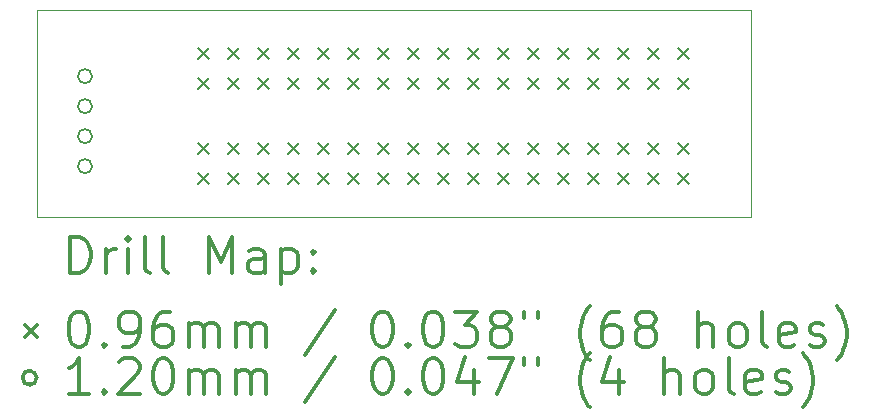
<source format=gbr>
%FSLAX45Y45*%
G04 Gerber Fmt 4.5, Leading zero omitted, Abs format (unit mm)*
G04 Created by KiCad (PCBNEW (5.1.5-0-10_14)) date 2020-03-21 12:37:55*
%MOMM*%
%LPD*%
G04 APERTURE LIST*
%TA.AperFunction,Profile*%
%ADD10C,0.050000*%
%TD*%
%ADD11C,0.200000*%
%ADD12C,0.300000*%
G04 APERTURE END LIST*
D10*
X3810000Y-3225800D02*
X9855200Y-3225800D01*
X3810000Y-4978400D02*
X3810000Y-3225800D01*
X9855200Y-4978400D02*
X3810000Y-4978400D01*
X9855200Y-3225800D02*
X9855200Y-4978400D01*
D11*
X5171450Y-4345950D02*
X5267950Y-4442450D01*
X5267950Y-4345950D02*
X5171450Y-4442450D01*
X5171450Y-4599950D02*
X5267950Y-4696450D01*
X5267950Y-4599950D02*
X5171450Y-4696450D01*
X5425450Y-4345950D02*
X5521950Y-4442450D01*
X5521950Y-4345950D02*
X5425450Y-4442450D01*
X5425450Y-4599950D02*
X5521950Y-4696450D01*
X5521950Y-4599950D02*
X5425450Y-4696450D01*
X5679450Y-4345950D02*
X5775950Y-4442450D01*
X5775950Y-4345950D02*
X5679450Y-4442450D01*
X5679450Y-4599950D02*
X5775950Y-4696450D01*
X5775950Y-4599950D02*
X5679450Y-4696450D01*
X5933450Y-4345950D02*
X6029950Y-4442450D01*
X6029950Y-4345950D02*
X5933450Y-4442450D01*
X5933450Y-4599950D02*
X6029950Y-4696450D01*
X6029950Y-4599950D02*
X5933450Y-4696450D01*
X6187450Y-4345950D02*
X6283950Y-4442450D01*
X6283950Y-4345950D02*
X6187450Y-4442450D01*
X6187450Y-4599950D02*
X6283950Y-4696450D01*
X6283950Y-4599950D02*
X6187450Y-4696450D01*
X6441450Y-4345950D02*
X6537950Y-4442450D01*
X6537950Y-4345950D02*
X6441450Y-4442450D01*
X6441450Y-4599950D02*
X6537950Y-4696450D01*
X6537950Y-4599950D02*
X6441450Y-4696450D01*
X6695450Y-4345950D02*
X6791950Y-4442450D01*
X6791950Y-4345950D02*
X6695450Y-4442450D01*
X6695450Y-4599950D02*
X6791950Y-4696450D01*
X6791950Y-4599950D02*
X6695450Y-4696450D01*
X6949450Y-4345950D02*
X7045950Y-4442450D01*
X7045950Y-4345950D02*
X6949450Y-4442450D01*
X6949450Y-4599950D02*
X7045950Y-4696450D01*
X7045950Y-4599950D02*
X6949450Y-4696450D01*
X7203450Y-4345950D02*
X7299950Y-4442450D01*
X7299950Y-4345950D02*
X7203450Y-4442450D01*
X7203450Y-4599950D02*
X7299950Y-4696450D01*
X7299950Y-4599950D02*
X7203450Y-4696450D01*
X7457450Y-4345950D02*
X7553950Y-4442450D01*
X7553950Y-4345950D02*
X7457450Y-4442450D01*
X7457450Y-4599950D02*
X7553950Y-4696450D01*
X7553950Y-4599950D02*
X7457450Y-4696450D01*
X7711450Y-4345950D02*
X7807950Y-4442450D01*
X7807950Y-4345950D02*
X7711450Y-4442450D01*
X7711450Y-4599950D02*
X7807950Y-4696450D01*
X7807950Y-4599950D02*
X7711450Y-4696450D01*
X7965450Y-4345950D02*
X8061950Y-4442450D01*
X8061950Y-4345950D02*
X7965450Y-4442450D01*
X7965450Y-4599950D02*
X8061950Y-4696450D01*
X8061950Y-4599950D02*
X7965450Y-4696450D01*
X8219450Y-4345950D02*
X8315950Y-4442450D01*
X8315950Y-4345950D02*
X8219450Y-4442450D01*
X8219450Y-4599950D02*
X8315950Y-4696450D01*
X8315950Y-4599950D02*
X8219450Y-4696450D01*
X8473450Y-4345950D02*
X8569950Y-4442450D01*
X8569950Y-4345950D02*
X8473450Y-4442450D01*
X8473450Y-4599950D02*
X8569950Y-4696450D01*
X8569950Y-4599950D02*
X8473450Y-4696450D01*
X8727450Y-4345950D02*
X8823950Y-4442450D01*
X8823950Y-4345950D02*
X8727450Y-4442450D01*
X8727450Y-4599950D02*
X8823950Y-4696450D01*
X8823950Y-4599950D02*
X8727450Y-4696450D01*
X8981450Y-4345950D02*
X9077950Y-4442450D01*
X9077950Y-4345950D02*
X8981450Y-4442450D01*
X8981450Y-4599950D02*
X9077950Y-4696450D01*
X9077950Y-4599950D02*
X8981450Y-4696450D01*
X9235450Y-4345950D02*
X9331950Y-4442450D01*
X9331950Y-4345950D02*
X9235450Y-4442450D01*
X9235450Y-4599950D02*
X9331950Y-4696450D01*
X9331950Y-4599950D02*
X9235450Y-4696450D01*
X5171450Y-3545850D02*
X5267950Y-3642350D01*
X5267950Y-3545850D02*
X5171450Y-3642350D01*
X5171450Y-3799850D02*
X5267950Y-3896350D01*
X5267950Y-3799850D02*
X5171450Y-3896350D01*
X5425450Y-3545850D02*
X5521950Y-3642350D01*
X5521950Y-3545850D02*
X5425450Y-3642350D01*
X5425450Y-3799850D02*
X5521950Y-3896350D01*
X5521950Y-3799850D02*
X5425450Y-3896350D01*
X5679450Y-3545850D02*
X5775950Y-3642350D01*
X5775950Y-3545850D02*
X5679450Y-3642350D01*
X5679450Y-3799850D02*
X5775950Y-3896350D01*
X5775950Y-3799850D02*
X5679450Y-3896350D01*
X5933450Y-3545850D02*
X6029950Y-3642350D01*
X6029950Y-3545850D02*
X5933450Y-3642350D01*
X5933450Y-3799850D02*
X6029950Y-3896350D01*
X6029950Y-3799850D02*
X5933450Y-3896350D01*
X6187450Y-3545850D02*
X6283950Y-3642350D01*
X6283950Y-3545850D02*
X6187450Y-3642350D01*
X6187450Y-3799850D02*
X6283950Y-3896350D01*
X6283950Y-3799850D02*
X6187450Y-3896350D01*
X6441450Y-3545850D02*
X6537950Y-3642350D01*
X6537950Y-3545850D02*
X6441450Y-3642350D01*
X6441450Y-3799850D02*
X6537950Y-3896350D01*
X6537950Y-3799850D02*
X6441450Y-3896350D01*
X6695450Y-3545850D02*
X6791950Y-3642350D01*
X6791950Y-3545850D02*
X6695450Y-3642350D01*
X6695450Y-3799850D02*
X6791950Y-3896350D01*
X6791950Y-3799850D02*
X6695450Y-3896350D01*
X6949450Y-3545850D02*
X7045950Y-3642350D01*
X7045950Y-3545850D02*
X6949450Y-3642350D01*
X6949450Y-3799850D02*
X7045950Y-3896350D01*
X7045950Y-3799850D02*
X6949450Y-3896350D01*
X7203450Y-3545850D02*
X7299950Y-3642350D01*
X7299950Y-3545850D02*
X7203450Y-3642350D01*
X7203450Y-3799850D02*
X7299950Y-3896350D01*
X7299950Y-3799850D02*
X7203450Y-3896350D01*
X7457450Y-3545850D02*
X7553950Y-3642350D01*
X7553950Y-3545850D02*
X7457450Y-3642350D01*
X7457450Y-3799850D02*
X7553950Y-3896350D01*
X7553950Y-3799850D02*
X7457450Y-3896350D01*
X7711450Y-3545850D02*
X7807950Y-3642350D01*
X7807950Y-3545850D02*
X7711450Y-3642350D01*
X7711450Y-3799850D02*
X7807950Y-3896350D01*
X7807950Y-3799850D02*
X7711450Y-3896350D01*
X7965450Y-3545850D02*
X8061950Y-3642350D01*
X8061950Y-3545850D02*
X7965450Y-3642350D01*
X7965450Y-3799850D02*
X8061950Y-3896350D01*
X8061950Y-3799850D02*
X7965450Y-3896350D01*
X8219450Y-3545850D02*
X8315950Y-3642350D01*
X8315950Y-3545850D02*
X8219450Y-3642350D01*
X8219450Y-3799850D02*
X8315950Y-3896350D01*
X8315950Y-3799850D02*
X8219450Y-3896350D01*
X8473450Y-3545850D02*
X8569950Y-3642350D01*
X8569950Y-3545850D02*
X8473450Y-3642350D01*
X8473450Y-3799850D02*
X8569950Y-3896350D01*
X8569950Y-3799850D02*
X8473450Y-3896350D01*
X8727450Y-3545850D02*
X8823950Y-3642350D01*
X8823950Y-3545850D02*
X8727450Y-3642350D01*
X8727450Y-3799850D02*
X8823950Y-3896350D01*
X8823950Y-3799850D02*
X8727450Y-3896350D01*
X8981450Y-3545850D02*
X9077950Y-3642350D01*
X9077950Y-3545850D02*
X8981450Y-3642350D01*
X8981450Y-3799850D02*
X9077950Y-3896350D01*
X9077950Y-3799850D02*
X8981450Y-3896350D01*
X9235450Y-3545850D02*
X9331950Y-3642350D01*
X9331950Y-3545850D02*
X9235450Y-3642350D01*
X9235450Y-3799850D02*
X9331950Y-3896350D01*
X9331950Y-3799850D02*
X9235450Y-3896350D01*
X4276400Y-3784600D02*
G75*
G03X4276400Y-3784600I-60000J0D01*
G01*
X4276400Y-4038600D02*
G75*
G03X4276400Y-4038600I-60000J0D01*
G01*
X4276400Y-4292600D02*
G75*
G03X4276400Y-4292600I-60000J0D01*
G01*
X4276400Y-4546600D02*
G75*
G03X4276400Y-4546600I-60000J0D01*
G01*
D12*
X4093928Y-5446614D02*
X4093928Y-5146614D01*
X4165357Y-5146614D01*
X4208214Y-5160900D01*
X4236786Y-5189472D01*
X4251071Y-5218043D01*
X4265357Y-5275186D01*
X4265357Y-5318043D01*
X4251071Y-5375186D01*
X4236786Y-5403757D01*
X4208214Y-5432329D01*
X4165357Y-5446614D01*
X4093928Y-5446614D01*
X4393928Y-5446614D02*
X4393928Y-5246614D01*
X4393928Y-5303757D02*
X4408214Y-5275186D01*
X4422500Y-5260900D01*
X4451071Y-5246614D01*
X4479643Y-5246614D01*
X4579643Y-5446614D02*
X4579643Y-5246614D01*
X4579643Y-5146614D02*
X4565357Y-5160900D01*
X4579643Y-5175186D01*
X4593928Y-5160900D01*
X4579643Y-5146614D01*
X4579643Y-5175186D01*
X4765357Y-5446614D02*
X4736786Y-5432329D01*
X4722500Y-5403757D01*
X4722500Y-5146614D01*
X4922500Y-5446614D02*
X4893928Y-5432329D01*
X4879643Y-5403757D01*
X4879643Y-5146614D01*
X5265357Y-5446614D02*
X5265357Y-5146614D01*
X5365357Y-5360900D01*
X5465357Y-5146614D01*
X5465357Y-5446614D01*
X5736786Y-5446614D02*
X5736786Y-5289472D01*
X5722500Y-5260900D01*
X5693928Y-5246614D01*
X5636786Y-5246614D01*
X5608214Y-5260900D01*
X5736786Y-5432329D02*
X5708214Y-5446614D01*
X5636786Y-5446614D01*
X5608214Y-5432329D01*
X5593928Y-5403757D01*
X5593928Y-5375186D01*
X5608214Y-5346614D01*
X5636786Y-5332329D01*
X5708214Y-5332329D01*
X5736786Y-5318043D01*
X5879643Y-5246614D02*
X5879643Y-5546614D01*
X5879643Y-5260900D02*
X5908214Y-5246614D01*
X5965357Y-5246614D01*
X5993928Y-5260900D01*
X6008214Y-5275186D01*
X6022500Y-5303757D01*
X6022500Y-5389472D01*
X6008214Y-5418043D01*
X5993928Y-5432329D01*
X5965357Y-5446614D01*
X5908214Y-5446614D01*
X5879643Y-5432329D01*
X6151071Y-5418043D02*
X6165357Y-5432329D01*
X6151071Y-5446614D01*
X6136786Y-5432329D01*
X6151071Y-5418043D01*
X6151071Y-5446614D01*
X6151071Y-5260900D02*
X6165357Y-5275186D01*
X6151071Y-5289472D01*
X6136786Y-5275186D01*
X6151071Y-5260900D01*
X6151071Y-5289472D01*
X3711000Y-5892650D02*
X3807500Y-5989150D01*
X3807500Y-5892650D02*
X3711000Y-5989150D01*
X4151071Y-5776614D02*
X4179643Y-5776614D01*
X4208214Y-5790900D01*
X4222500Y-5805186D01*
X4236786Y-5833757D01*
X4251071Y-5890900D01*
X4251071Y-5962329D01*
X4236786Y-6019471D01*
X4222500Y-6048043D01*
X4208214Y-6062329D01*
X4179643Y-6076614D01*
X4151071Y-6076614D01*
X4122500Y-6062329D01*
X4108214Y-6048043D01*
X4093928Y-6019471D01*
X4079643Y-5962329D01*
X4079643Y-5890900D01*
X4093928Y-5833757D01*
X4108214Y-5805186D01*
X4122500Y-5790900D01*
X4151071Y-5776614D01*
X4379643Y-6048043D02*
X4393928Y-6062329D01*
X4379643Y-6076614D01*
X4365357Y-6062329D01*
X4379643Y-6048043D01*
X4379643Y-6076614D01*
X4536786Y-6076614D02*
X4593928Y-6076614D01*
X4622500Y-6062329D01*
X4636786Y-6048043D01*
X4665357Y-6005186D01*
X4679643Y-5948043D01*
X4679643Y-5833757D01*
X4665357Y-5805186D01*
X4651071Y-5790900D01*
X4622500Y-5776614D01*
X4565357Y-5776614D01*
X4536786Y-5790900D01*
X4522500Y-5805186D01*
X4508214Y-5833757D01*
X4508214Y-5905186D01*
X4522500Y-5933757D01*
X4536786Y-5948043D01*
X4565357Y-5962329D01*
X4622500Y-5962329D01*
X4651071Y-5948043D01*
X4665357Y-5933757D01*
X4679643Y-5905186D01*
X4936786Y-5776614D02*
X4879643Y-5776614D01*
X4851071Y-5790900D01*
X4836786Y-5805186D01*
X4808214Y-5848043D01*
X4793928Y-5905186D01*
X4793928Y-6019471D01*
X4808214Y-6048043D01*
X4822500Y-6062329D01*
X4851071Y-6076614D01*
X4908214Y-6076614D01*
X4936786Y-6062329D01*
X4951071Y-6048043D01*
X4965357Y-6019471D01*
X4965357Y-5948043D01*
X4951071Y-5919471D01*
X4936786Y-5905186D01*
X4908214Y-5890900D01*
X4851071Y-5890900D01*
X4822500Y-5905186D01*
X4808214Y-5919471D01*
X4793928Y-5948043D01*
X5093928Y-6076614D02*
X5093928Y-5876614D01*
X5093928Y-5905186D02*
X5108214Y-5890900D01*
X5136786Y-5876614D01*
X5179643Y-5876614D01*
X5208214Y-5890900D01*
X5222500Y-5919471D01*
X5222500Y-6076614D01*
X5222500Y-5919471D02*
X5236786Y-5890900D01*
X5265357Y-5876614D01*
X5308214Y-5876614D01*
X5336786Y-5890900D01*
X5351071Y-5919471D01*
X5351071Y-6076614D01*
X5493928Y-6076614D02*
X5493928Y-5876614D01*
X5493928Y-5905186D02*
X5508214Y-5890900D01*
X5536786Y-5876614D01*
X5579643Y-5876614D01*
X5608214Y-5890900D01*
X5622500Y-5919471D01*
X5622500Y-6076614D01*
X5622500Y-5919471D02*
X5636786Y-5890900D01*
X5665357Y-5876614D01*
X5708214Y-5876614D01*
X5736786Y-5890900D01*
X5751071Y-5919471D01*
X5751071Y-6076614D01*
X6336786Y-5762329D02*
X6079643Y-6148043D01*
X6722500Y-5776614D02*
X6751071Y-5776614D01*
X6779643Y-5790900D01*
X6793928Y-5805186D01*
X6808214Y-5833757D01*
X6822500Y-5890900D01*
X6822500Y-5962329D01*
X6808214Y-6019471D01*
X6793928Y-6048043D01*
X6779643Y-6062329D01*
X6751071Y-6076614D01*
X6722500Y-6076614D01*
X6693928Y-6062329D01*
X6679643Y-6048043D01*
X6665357Y-6019471D01*
X6651071Y-5962329D01*
X6651071Y-5890900D01*
X6665357Y-5833757D01*
X6679643Y-5805186D01*
X6693928Y-5790900D01*
X6722500Y-5776614D01*
X6951071Y-6048043D02*
X6965357Y-6062329D01*
X6951071Y-6076614D01*
X6936786Y-6062329D01*
X6951071Y-6048043D01*
X6951071Y-6076614D01*
X7151071Y-5776614D02*
X7179643Y-5776614D01*
X7208214Y-5790900D01*
X7222500Y-5805186D01*
X7236786Y-5833757D01*
X7251071Y-5890900D01*
X7251071Y-5962329D01*
X7236786Y-6019471D01*
X7222500Y-6048043D01*
X7208214Y-6062329D01*
X7179643Y-6076614D01*
X7151071Y-6076614D01*
X7122500Y-6062329D01*
X7108214Y-6048043D01*
X7093928Y-6019471D01*
X7079643Y-5962329D01*
X7079643Y-5890900D01*
X7093928Y-5833757D01*
X7108214Y-5805186D01*
X7122500Y-5790900D01*
X7151071Y-5776614D01*
X7351071Y-5776614D02*
X7536786Y-5776614D01*
X7436786Y-5890900D01*
X7479643Y-5890900D01*
X7508214Y-5905186D01*
X7522500Y-5919471D01*
X7536786Y-5948043D01*
X7536786Y-6019471D01*
X7522500Y-6048043D01*
X7508214Y-6062329D01*
X7479643Y-6076614D01*
X7393928Y-6076614D01*
X7365357Y-6062329D01*
X7351071Y-6048043D01*
X7708214Y-5905186D02*
X7679643Y-5890900D01*
X7665357Y-5876614D01*
X7651071Y-5848043D01*
X7651071Y-5833757D01*
X7665357Y-5805186D01*
X7679643Y-5790900D01*
X7708214Y-5776614D01*
X7765357Y-5776614D01*
X7793928Y-5790900D01*
X7808214Y-5805186D01*
X7822500Y-5833757D01*
X7822500Y-5848043D01*
X7808214Y-5876614D01*
X7793928Y-5890900D01*
X7765357Y-5905186D01*
X7708214Y-5905186D01*
X7679643Y-5919471D01*
X7665357Y-5933757D01*
X7651071Y-5962329D01*
X7651071Y-6019471D01*
X7665357Y-6048043D01*
X7679643Y-6062329D01*
X7708214Y-6076614D01*
X7765357Y-6076614D01*
X7793928Y-6062329D01*
X7808214Y-6048043D01*
X7822500Y-6019471D01*
X7822500Y-5962329D01*
X7808214Y-5933757D01*
X7793928Y-5919471D01*
X7765357Y-5905186D01*
X7936786Y-5776614D02*
X7936786Y-5833757D01*
X8051071Y-5776614D02*
X8051071Y-5833757D01*
X8493928Y-6190900D02*
X8479643Y-6176614D01*
X8451071Y-6133757D01*
X8436786Y-6105186D01*
X8422500Y-6062329D01*
X8408214Y-5990900D01*
X8408214Y-5933757D01*
X8422500Y-5862329D01*
X8436786Y-5819471D01*
X8451071Y-5790900D01*
X8479643Y-5748043D01*
X8493928Y-5733757D01*
X8736786Y-5776614D02*
X8679643Y-5776614D01*
X8651071Y-5790900D01*
X8636786Y-5805186D01*
X8608214Y-5848043D01*
X8593928Y-5905186D01*
X8593928Y-6019471D01*
X8608214Y-6048043D01*
X8622500Y-6062329D01*
X8651071Y-6076614D01*
X8708214Y-6076614D01*
X8736786Y-6062329D01*
X8751071Y-6048043D01*
X8765357Y-6019471D01*
X8765357Y-5948043D01*
X8751071Y-5919471D01*
X8736786Y-5905186D01*
X8708214Y-5890900D01*
X8651071Y-5890900D01*
X8622500Y-5905186D01*
X8608214Y-5919471D01*
X8593928Y-5948043D01*
X8936786Y-5905186D02*
X8908214Y-5890900D01*
X8893928Y-5876614D01*
X8879643Y-5848043D01*
X8879643Y-5833757D01*
X8893928Y-5805186D01*
X8908214Y-5790900D01*
X8936786Y-5776614D01*
X8993928Y-5776614D01*
X9022500Y-5790900D01*
X9036786Y-5805186D01*
X9051071Y-5833757D01*
X9051071Y-5848043D01*
X9036786Y-5876614D01*
X9022500Y-5890900D01*
X8993928Y-5905186D01*
X8936786Y-5905186D01*
X8908214Y-5919471D01*
X8893928Y-5933757D01*
X8879643Y-5962329D01*
X8879643Y-6019471D01*
X8893928Y-6048043D01*
X8908214Y-6062329D01*
X8936786Y-6076614D01*
X8993928Y-6076614D01*
X9022500Y-6062329D01*
X9036786Y-6048043D01*
X9051071Y-6019471D01*
X9051071Y-5962329D01*
X9036786Y-5933757D01*
X9022500Y-5919471D01*
X8993928Y-5905186D01*
X9408214Y-6076614D02*
X9408214Y-5776614D01*
X9536786Y-6076614D02*
X9536786Y-5919471D01*
X9522500Y-5890900D01*
X9493928Y-5876614D01*
X9451071Y-5876614D01*
X9422500Y-5890900D01*
X9408214Y-5905186D01*
X9722500Y-6076614D02*
X9693928Y-6062329D01*
X9679643Y-6048043D01*
X9665357Y-6019471D01*
X9665357Y-5933757D01*
X9679643Y-5905186D01*
X9693928Y-5890900D01*
X9722500Y-5876614D01*
X9765357Y-5876614D01*
X9793928Y-5890900D01*
X9808214Y-5905186D01*
X9822500Y-5933757D01*
X9822500Y-6019471D01*
X9808214Y-6048043D01*
X9793928Y-6062329D01*
X9765357Y-6076614D01*
X9722500Y-6076614D01*
X9993928Y-6076614D02*
X9965357Y-6062329D01*
X9951071Y-6033757D01*
X9951071Y-5776614D01*
X10222500Y-6062329D02*
X10193928Y-6076614D01*
X10136786Y-6076614D01*
X10108214Y-6062329D01*
X10093928Y-6033757D01*
X10093928Y-5919471D01*
X10108214Y-5890900D01*
X10136786Y-5876614D01*
X10193928Y-5876614D01*
X10222500Y-5890900D01*
X10236786Y-5919471D01*
X10236786Y-5948043D01*
X10093928Y-5976614D01*
X10351071Y-6062329D02*
X10379643Y-6076614D01*
X10436786Y-6076614D01*
X10465357Y-6062329D01*
X10479643Y-6033757D01*
X10479643Y-6019471D01*
X10465357Y-5990900D01*
X10436786Y-5976614D01*
X10393928Y-5976614D01*
X10365357Y-5962329D01*
X10351071Y-5933757D01*
X10351071Y-5919471D01*
X10365357Y-5890900D01*
X10393928Y-5876614D01*
X10436786Y-5876614D01*
X10465357Y-5890900D01*
X10579643Y-6190900D02*
X10593928Y-6176614D01*
X10622500Y-6133757D01*
X10636786Y-6105186D01*
X10651071Y-6062329D01*
X10665357Y-5990900D01*
X10665357Y-5933757D01*
X10651071Y-5862329D01*
X10636786Y-5819471D01*
X10622500Y-5790900D01*
X10593928Y-5748043D01*
X10579643Y-5733757D01*
X3807500Y-6336900D02*
G75*
G03X3807500Y-6336900I-60000J0D01*
G01*
X4251071Y-6472614D02*
X4079643Y-6472614D01*
X4165357Y-6472614D02*
X4165357Y-6172614D01*
X4136786Y-6215471D01*
X4108214Y-6244043D01*
X4079643Y-6258329D01*
X4379643Y-6444043D02*
X4393928Y-6458329D01*
X4379643Y-6472614D01*
X4365357Y-6458329D01*
X4379643Y-6444043D01*
X4379643Y-6472614D01*
X4508214Y-6201186D02*
X4522500Y-6186900D01*
X4551071Y-6172614D01*
X4622500Y-6172614D01*
X4651071Y-6186900D01*
X4665357Y-6201186D01*
X4679643Y-6229757D01*
X4679643Y-6258329D01*
X4665357Y-6301186D01*
X4493928Y-6472614D01*
X4679643Y-6472614D01*
X4865357Y-6172614D02*
X4893928Y-6172614D01*
X4922500Y-6186900D01*
X4936786Y-6201186D01*
X4951071Y-6229757D01*
X4965357Y-6286900D01*
X4965357Y-6358329D01*
X4951071Y-6415471D01*
X4936786Y-6444043D01*
X4922500Y-6458329D01*
X4893928Y-6472614D01*
X4865357Y-6472614D01*
X4836786Y-6458329D01*
X4822500Y-6444043D01*
X4808214Y-6415471D01*
X4793928Y-6358329D01*
X4793928Y-6286900D01*
X4808214Y-6229757D01*
X4822500Y-6201186D01*
X4836786Y-6186900D01*
X4865357Y-6172614D01*
X5093928Y-6472614D02*
X5093928Y-6272614D01*
X5093928Y-6301186D02*
X5108214Y-6286900D01*
X5136786Y-6272614D01*
X5179643Y-6272614D01*
X5208214Y-6286900D01*
X5222500Y-6315471D01*
X5222500Y-6472614D01*
X5222500Y-6315471D02*
X5236786Y-6286900D01*
X5265357Y-6272614D01*
X5308214Y-6272614D01*
X5336786Y-6286900D01*
X5351071Y-6315471D01*
X5351071Y-6472614D01*
X5493928Y-6472614D02*
X5493928Y-6272614D01*
X5493928Y-6301186D02*
X5508214Y-6286900D01*
X5536786Y-6272614D01*
X5579643Y-6272614D01*
X5608214Y-6286900D01*
X5622500Y-6315471D01*
X5622500Y-6472614D01*
X5622500Y-6315471D02*
X5636786Y-6286900D01*
X5665357Y-6272614D01*
X5708214Y-6272614D01*
X5736786Y-6286900D01*
X5751071Y-6315471D01*
X5751071Y-6472614D01*
X6336786Y-6158329D02*
X6079643Y-6544043D01*
X6722500Y-6172614D02*
X6751071Y-6172614D01*
X6779643Y-6186900D01*
X6793928Y-6201186D01*
X6808214Y-6229757D01*
X6822500Y-6286900D01*
X6822500Y-6358329D01*
X6808214Y-6415471D01*
X6793928Y-6444043D01*
X6779643Y-6458329D01*
X6751071Y-6472614D01*
X6722500Y-6472614D01*
X6693928Y-6458329D01*
X6679643Y-6444043D01*
X6665357Y-6415471D01*
X6651071Y-6358329D01*
X6651071Y-6286900D01*
X6665357Y-6229757D01*
X6679643Y-6201186D01*
X6693928Y-6186900D01*
X6722500Y-6172614D01*
X6951071Y-6444043D02*
X6965357Y-6458329D01*
X6951071Y-6472614D01*
X6936786Y-6458329D01*
X6951071Y-6444043D01*
X6951071Y-6472614D01*
X7151071Y-6172614D02*
X7179643Y-6172614D01*
X7208214Y-6186900D01*
X7222500Y-6201186D01*
X7236786Y-6229757D01*
X7251071Y-6286900D01*
X7251071Y-6358329D01*
X7236786Y-6415471D01*
X7222500Y-6444043D01*
X7208214Y-6458329D01*
X7179643Y-6472614D01*
X7151071Y-6472614D01*
X7122500Y-6458329D01*
X7108214Y-6444043D01*
X7093928Y-6415471D01*
X7079643Y-6358329D01*
X7079643Y-6286900D01*
X7093928Y-6229757D01*
X7108214Y-6201186D01*
X7122500Y-6186900D01*
X7151071Y-6172614D01*
X7508214Y-6272614D02*
X7508214Y-6472614D01*
X7436786Y-6158329D02*
X7365357Y-6372614D01*
X7551071Y-6372614D01*
X7636786Y-6172614D02*
X7836786Y-6172614D01*
X7708214Y-6472614D01*
X7936786Y-6172614D02*
X7936786Y-6229757D01*
X8051071Y-6172614D02*
X8051071Y-6229757D01*
X8493928Y-6586900D02*
X8479643Y-6572614D01*
X8451071Y-6529757D01*
X8436786Y-6501186D01*
X8422500Y-6458329D01*
X8408214Y-6386900D01*
X8408214Y-6329757D01*
X8422500Y-6258329D01*
X8436786Y-6215471D01*
X8451071Y-6186900D01*
X8479643Y-6144043D01*
X8493928Y-6129757D01*
X8736786Y-6272614D02*
X8736786Y-6472614D01*
X8665357Y-6158329D02*
X8593928Y-6372614D01*
X8779643Y-6372614D01*
X9122500Y-6472614D02*
X9122500Y-6172614D01*
X9251071Y-6472614D02*
X9251071Y-6315471D01*
X9236786Y-6286900D01*
X9208214Y-6272614D01*
X9165357Y-6272614D01*
X9136786Y-6286900D01*
X9122500Y-6301186D01*
X9436786Y-6472614D02*
X9408214Y-6458329D01*
X9393928Y-6444043D01*
X9379643Y-6415471D01*
X9379643Y-6329757D01*
X9393928Y-6301186D01*
X9408214Y-6286900D01*
X9436786Y-6272614D01*
X9479643Y-6272614D01*
X9508214Y-6286900D01*
X9522500Y-6301186D01*
X9536786Y-6329757D01*
X9536786Y-6415471D01*
X9522500Y-6444043D01*
X9508214Y-6458329D01*
X9479643Y-6472614D01*
X9436786Y-6472614D01*
X9708214Y-6472614D02*
X9679643Y-6458329D01*
X9665357Y-6429757D01*
X9665357Y-6172614D01*
X9936786Y-6458329D02*
X9908214Y-6472614D01*
X9851071Y-6472614D01*
X9822500Y-6458329D01*
X9808214Y-6429757D01*
X9808214Y-6315471D01*
X9822500Y-6286900D01*
X9851071Y-6272614D01*
X9908214Y-6272614D01*
X9936786Y-6286900D01*
X9951071Y-6315471D01*
X9951071Y-6344043D01*
X9808214Y-6372614D01*
X10065357Y-6458329D02*
X10093928Y-6472614D01*
X10151071Y-6472614D01*
X10179643Y-6458329D01*
X10193928Y-6429757D01*
X10193928Y-6415471D01*
X10179643Y-6386900D01*
X10151071Y-6372614D01*
X10108214Y-6372614D01*
X10079643Y-6358329D01*
X10065357Y-6329757D01*
X10065357Y-6315471D01*
X10079643Y-6286900D01*
X10108214Y-6272614D01*
X10151071Y-6272614D01*
X10179643Y-6286900D01*
X10293928Y-6586900D02*
X10308214Y-6572614D01*
X10336786Y-6529757D01*
X10351071Y-6501186D01*
X10365357Y-6458329D01*
X10379643Y-6386900D01*
X10379643Y-6329757D01*
X10365357Y-6258329D01*
X10351071Y-6215471D01*
X10336786Y-6186900D01*
X10308214Y-6144043D01*
X10293928Y-6129757D01*
M02*

</source>
